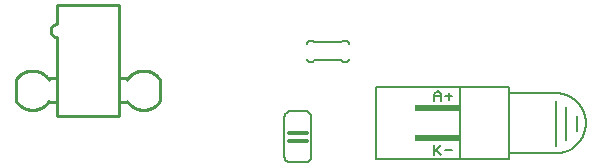
<source format=gto>
G75*
%MOIN*%
%OFA0B0*%
%FSLAX25Y25*%
%IPPOS*%
%LPD*%
%AMOC8*
5,1,8,0,0,1.08239X$1,22.5*
%
%ADD10C,0.00600*%
%ADD11C,0.01200*%
%ADD12R,0.15000X0.02000*%
%ADD13C,0.01000*%
D10*
X0099000Y0099000D02*
X0104000Y0099000D01*
X0104087Y0099002D01*
X0104174Y0099008D01*
X0104261Y0099017D01*
X0104347Y0099030D01*
X0104433Y0099047D01*
X0104518Y0099068D01*
X0104601Y0099093D01*
X0104684Y0099121D01*
X0104765Y0099152D01*
X0104845Y0099187D01*
X0104923Y0099226D01*
X0105000Y0099268D01*
X0105075Y0099313D01*
X0105147Y0099362D01*
X0105218Y0099413D01*
X0105286Y0099468D01*
X0105351Y0099525D01*
X0105414Y0099586D01*
X0105475Y0099649D01*
X0105532Y0099714D01*
X0105587Y0099782D01*
X0105638Y0099853D01*
X0105687Y0099925D01*
X0105732Y0100000D01*
X0105774Y0100077D01*
X0105813Y0100155D01*
X0105848Y0100235D01*
X0105879Y0100316D01*
X0105907Y0100399D01*
X0105932Y0100482D01*
X0105953Y0100567D01*
X0105970Y0100653D01*
X0105983Y0100739D01*
X0105992Y0100826D01*
X0105998Y0100913D01*
X0106000Y0101000D01*
X0106000Y0114000D01*
X0105998Y0114087D01*
X0105992Y0114174D01*
X0105983Y0114261D01*
X0105970Y0114347D01*
X0105953Y0114433D01*
X0105932Y0114518D01*
X0105907Y0114601D01*
X0105879Y0114684D01*
X0105848Y0114765D01*
X0105813Y0114845D01*
X0105774Y0114923D01*
X0105732Y0115000D01*
X0105687Y0115075D01*
X0105638Y0115147D01*
X0105587Y0115218D01*
X0105532Y0115286D01*
X0105475Y0115351D01*
X0105414Y0115414D01*
X0105351Y0115475D01*
X0105286Y0115532D01*
X0105218Y0115587D01*
X0105147Y0115638D01*
X0105075Y0115687D01*
X0105000Y0115732D01*
X0104923Y0115774D01*
X0104845Y0115813D01*
X0104765Y0115848D01*
X0104684Y0115879D01*
X0104601Y0115907D01*
X0104518Y0115932D01*
X0104433Y0115953D01*
X0104347Y0115970D01*
X0104261Y0115983D01*
X0104174Y0115992D01*
X0104087Y0115998D01*
X0104000Y0116000D01*
X0099000Y0116000D01*
X0098913Y0115998D01*
X0098826Y0115992D01*
X0098739Y0115983D01*
X0098653Y0115970D01*
X0098567Y0115953D01*
X0098482Y0115932D01*
X0098399Y0115907D01*
X0098316Y0115879D01*
X0098235Y0115848D01*
X0098155Y0115813D01*
X0098077Y0115774D01*
X0098000Y0115732D01*
X0097925Y0115687D01*
X0097853Y0115638D01*
X0097782Y0115587D01*
X0097714Y0115532D01*
X0097649Y0115475D01*
X0097586Y0115414D01*
X0097525Y0115351D01*
X0097468Y0115286D01*
X0097413Y0115218D01*
X0097362Y0115147D01*
X0097313Y0115075D01*
X0097268Y0115000D01*
X0097226Y0114923D01*
X0097187Y0114845D01*
X0097152Y0114765D01*
X0097121Y0114684D01*
X0097093Y0114601D01*
X0097068Y0114518D01*
X0097047Y0114433D01*
X0097030Y0114347D01*
X0097017Y0114261D01*
X0097008Y0114174D01*
X0097002Y0114087D01*
X0097000Y0114000D01*
X0097000Y0101000D01*
X0097002Y0100913D01*
X0097008Y0100826D01*
X0097017Y0100739D01*
X0097030Y0100653D01*
X0097047Y0100567D01*
X0097068Y0100482D01*
X0097093Y0100399D01*
X0097121Y0100316D01*
X0097152Y0100235D01*
X0097187Y0100155D01*
X0097226Y0100077D01*
X0097268Y0100000D01*
X0097313Y0099925D01*
X0097362Y0099853D01*
X0097413Y0099782D01*
X0097468Y0099714D01*
X0097525Y0099649D01*
X0097586Y0099586D01*
X0097649Y0099525D01*
X0097714Y0099468D01*
X0097782Y0099413D01*
X0097853Y0099362D01*
X0097925Y0099313D01*
X0098000Y0099268D01*
X0098077Y0099226D01*
X0098155Y0099187D01*
X0098235Y0099152D01*
X0098316Y0099121D01*
X0098399Y0099093D01*
X0098482Y0099068D01*
X0098567Y0099047D01*
X0098653Y0099030D01*
X0098739Y0099017D01*
X0098826Y0099008D01*
X0098913Y0099002D01*
X0099000Y0099000D01*
X0127500Y0100000D02*
X0127500Y0124000D01*
X0155500Y0124000D01*
X0155500Y0100000D01*
X0172000Y0100000D01*
X0172000Y0102000D01*
X0172000Y0122000D01*
X0187500Y0122000D01*
X0187500Y0119500D02*
X0187500Y0104500D01*
X0187500Y0102000D02*
X0172000Y0102000D01*
X0155500Y0100000D02*
X0127500Y0100000D01*
X0146934Y0101300D02*
X0146934Y0104703D01*
X0147501Y0103001D02*
X0149202Y0101300D01*
X0150617Y0103001D02*
X0152885Y0103001D01*
X0149202Y0104703D02*
X0146934Y0102434D01*
X0146934Y0119300D02*
X0146934Y0121569D01*
X0148068Y0122703D01*
X0149202Y0121569D01*
X0149202Y0119300D01*
X0149202Y0121001D02*
X0146934Y0121001D01*
X0150617Y0121001D02*
X0152885Y0121001D01*
X0151751Y0119867D02*
X0151751Y0122136D01*
X0155500Y0124000D02*
X0172000Y0124000D01*
X0172000Y0122000D01*
X0187500Y0122000D02*
X0187744Y0121997D01*
X0187987Y0121988D01*
X0188230Y0121973D01*
X0188473Y0121953D01*
X0188715Y0121926D01*
X0188956Y0121893D01*
X0189196Y0121855D01*
X0189436Y0121811D01*
X0189674Y0121761D01*
X0189911Y0121705D01*
X0190147Y0121643D01*
X0190381Y0121576D01*
X0190613Y0121503D01*
X0190844Y0121424D01*
X0191072Y0121340D01*
X0191299Y0121250D01*
X0191523Y0121155D01*
X0191745Y0121054D01*
X0191964Y0120948D01*
X0192180Y0120837D01*
X0192394Y0120720D01*
X0192605Y0120599D01*
X0192813Y0120472D01*
X0193018Y0120340D01*
X0193219Y0120203D01*
X0193417Y0120061D01*
X0193612Y0119915D01*
X0193803Y0119764D01*
X0193990Y0119608D01*
X0194173Y0119448D01*
X0194353Y0119283D01*
X0194528Y0119114D01*
X0194699Y0118941D01*
X0194866Y0118763D01*
X0195028Y0118582D01*
X0195186Y0118397D01*
X0195340Y0118208D01*
X0195489Y0118015D01*
X0195633Y0117819D01*
X0195772Y0117619D01*
X0195907Y0117416D01*
X0196036Y0117209D01*
X0196160Y0117000D01*
X0196279Y0116788D01*
X0196393Y0116572D01*
X0196502Y0116355D01*
X0196605Y0116134D01*
X0196703Y0115911D01*
X0196796Y0115686D01*
X0196883Y0115458D01*
X0196964Y0115229D01*
X0197040Y0114997D01*
X0197110Y0114764D01*
X0197175Y0114529D01*
X0197234Y0114293D01*
X0197287Y0114055D01*
X0197334Y0113816D01*
X0197375Y0113576D01*
X0197410Y0113335D01*
X0197440Y0113094D01*
X0197464Y0112851D01*
X0197481Y0112608D01*
X0197493Y0112365D01*
X0197499Y0112122D01*
X0197499Y0111878D01*
X0197493Y0111635D01*
X0197481Y0111392D01*
X0197464Y0111149D01*
X0197440Y0110906D01*
X0197410Y0110665D01*
X0197375Y0110424D01*
X0197334Y0110184D01*
X0197287Y0109945D01*
X0197234Y0109707D01*
X0197175Y0109471D01*
X0197110Y0109236D01*
X0197040Y0109003D01*
X0196964Y0108771D01*
X0196883Y0108542D01*
X0196796Y0108314D01*
X0196703Y0108089D01*
X0196605Y0107866D01*
X0196502Y0107645D01*
X0196393Y0107428D01*
X0196279Y0107212D01*
X0196160Y0107000D01*
X0196036Y0106791D01*
X0195907Y0106584D01*
X0195772Y0106381D01*
X0195633Y0106181D01*
X0195489Y0105985D01*
X0195340Y0105792D01*
X0195186Y0105603D01*
X0195028Y0105418D01*
X0194866Y0105237D01*
X0194699Y0105059D01*
X0194528Y0104886D01*
X0194353Y0104717D01*
X0194173Y0104552D01*
X0193990Y0104392D01*
X0193803Y0104236D01*
X0193612Y0104085D01*
X0193417Y0103939D01*
X0193219Y0103797D01*
X0193018Y0103660D01*
X0192813Y0103528D01*
X0192605Y0103401D01*
X0192394Y0103280D01*
X0192180Y0103163D01*
X0191964Y0103052D01*
X0191745Y0102946D01*
X0191523Y0102845D01*
X0191299Y0102750D01*
X0191072Y0102660D01*
X0190844Y0102576D01*
X0190613Y0102497D01*
X0190381Y0102424D01*
X0190147Y0102357D01*
X0189911Y0102295D01*
X0189674Y0102239D01*
X0189436Y0102189D01*
X0189196Y0102145D01*
X0188956Y0102107D01*
X0188715Y0102074D01*
X0188473Y0102047D01*
X0188230Y0102027D01*
X0187987Y0102012D01*
X0187744Y0102003D01*
X0187500Y0102000D01*
X0191000Y0106500D02*
X0191000Y0117500D01*
X0194500Y0114500D02*
X0194500Y0109500D01*
X0117500Y0132500D02*
X0116500Y0132500D01*
X0116000Y0133000D01*
X0107000Y0133000D01*
X0106500Y0132500D01*
X0105500Y0132500D01*
X0105440Y0132502D01*
X0105379Y0132507D01*
X0105320Y0132516D01*
X0105261Y0132529D01*
X0105202Y0132545D01*
X0105145Y0132565D01*
X0105090Y0132588D01*
X0105035Y0132615D01*
X0104983Y0132644D01*
X0104932Y0132677D01*
X0104883Y0132713D01*
X0104837Y0132751D01*
X0104793Y0132793D01*
X0104751Y0132837D01*
X0104713Y0132883D01*
X0104677Y0132932D01*
X0104644Y0132983D01*
X0104615Y0133035D01*
X0104588Y0133090D01*
X0104565Y0133145D01*
X0104545Y0133202D01*
X0104529Y0133261D01*
X0104516Y0133320D01*
X0104507Y0133379D01*
X0104502Y0133440D01*
X0104500Y0133500D01*
X0104500Y0138500D02*
X0104502Y0138560D01*
X0104507Y0138621D01*
X0104516Y0138680D01*
X0104529Y0138739D01*
X0104545Y0138798D01*
X0104565Y0138855D01*
X0104588Y0138910D01*
X0104615Y0138965D01*
X0104644Y0139017D01*
X0104677Y0139068D01*
X0104713Y0139117D01*
X0104751Y0139163D01*
X0104793Y0139207D01*
X0104837Y0139249D01*
X0104883Y0139287D01*
X0104932Y0139323D01*
X0104983Y0139356D01*
X0105035Y0139385D01*
X0105090Y0139412D01*
X0105145Y0139435D01*
X0105202Y0139455D01*
X0105261Y0139471D01*
X0105320Y0139484D01*
X0105379Y0139493D01*
X0105440Y0139498D01*
X0105500Y0139500D01*
X0106500Y0139500D01*
X0107000Y0139000D01*
X0116000Y0139000D01*
X0116500Y0139500D01*
X0117500Y0139500D01*
X0117560Y0139498D01*
X0117621Y0139493D01*
X0117680Y0139484D01*
X0117739Y0139471D01*
X0117798Y0139455D01*
X0117855Y0139435D01*
X0117910Y0139412D01*
X0117965Y0139385D01*
X0118017Y0139356D01*
X0118068Y0139323D01*
X0118117Y0139287D01*
X0118163Y0139249D01*
X0118207Y0139207D01*
X0118249Y0139163D01*
X0118287Y0139117D01*
X0118323Y0139068D01*
X0118356Y0139017D01*
X0118385Y0138965D01*
X0118412Y0138910D01*
X0118435Y0138855D01*
X0118455Y0138798D01*
X0118471Y0138739D01*
X0118484Y0138680D01*
X0118493Y0138621D01*
X0118498Y0138560D01*
X0118500Y0138500D01*
X0118500Y0133500D02*
X0118498Y0133440D01*
X0118493Y0133379D01*
X0118484Y0133320D01*
X0118471Y0133261D01*
X0118455Y0133202D01*
X0118435Y0133145D01*
X0118412Y0133090D01*
X0118385Y0133035D01*
X0118356Y0132983D01*
X0118323Y0132932D01*
X0118287Y0132883D01*
X0118249Y0132837D01*
X0118207Y0132793D01*
X0118163Y0132751D01*
X0118117Y0132713D01*
X0118068Y0132677D01*
X0118017Y0132644D01*
X0117965Y0132615D01*
X0117910Y0132588D01*
X0117855Y0132565D01*
X0117798Y0132545D01*
X0117739Y0132529D01*
X0117680Y0132516D01*
X0117621Y0132507D01*
X0117560Y0132502D01*
X0117500Y0132500D01*
D11*
X0104500Y0108700D02*
X0098500Y0108700D01*
X0098500Y0106200D02*
X0104500Y0106200D01*
D12*
X0148000Y0107000D03*
X0148000Y0117000D03*
D13*
X0055516Y0119402D02*
X0055516Y0126488D01*
X0055515Y0119402D02*
X0055427Y0119269D01*
X0055336Y0119138D01*
X0055242Y0119009D01*
X0055144Y0118882D01*
X0055044Y0118758D01*
X0054940Y0118637D01*
X0054834Y0118518D01*
X0054724Y0118401D01*
X0054612Y0118287D01*
X0054497Y0118176D01*
X0054380Y0118068D01*
X0054260Y0117963D01*
X0054137Y0117861D01*
X0054012Y0117762D01*
X0053884Y0117666D01*
X0053754Y0117573D01*
X0053622Y0117483D01*
X0053488Y0117396D01*
X0053352Y0117313D01*
X0053213Y0117233D01*
X0053073Y0117156D01*
X0052931Y0117083D01*
X0052788Y0117014D01*
X0052642Y0116948D01*
X0052495Y0116885D01*
X0052347Y0116826D01*
X0052197Y0116771D01*
X0052046Y0116719D01*
X0051893Y0116671D01*
X0051740Y0116627D01*
X0051585Y0116587D01*
X0051430Y0116550D01*
X0051274Y0116517D01*
X0051117Y0116488D01*
X0050959Y0116463D01*
X0050801Y0116442D01*
X0050642Y0116424D01*
X0050483Y0116411D01*
X0050323Y0116401D01*
X0050164Y0116395D01*
X0050004Y0116393D01*
X0049844Y0116395D01*
X0049685Y0116401D01*
X0049525Y0116411D01*
X0049366Y0116424D01*
X0049207Y0116442D01*
X0049049Y0116463D01*
X0048891Y0116488D01*
X0048734Y0116517D01*
X0048578Y0116550D01*
X0048423Y0116587D01*
X0048268Y0116627D01*
X0048115Y0116671D01*
X0047962Y0116719D01*
X0047811Y0116771D01*
X0047661Y0116826D01*
X0047513Y0116885D01*
X0047366Y0116948D01*
X0047220Y0117014D01*
X0047077Y0117083D01*
X0046935Y0117156D01*
X0046795Y0117233D01*
X0046656Y0117313D01*
X0046520Y0117396D01*
X0046386Y0117483D01*
X0046254Y0117573D01*
X0046124Y0117666D01*
X0045996Y0117762D01*
X0045871Y0117861D01*
X0045748Y0117963D01*
X0045628Y0118068D01*
X0045511Y0118176D01*
X0045396Y0118287D01*
X0045284Y0118401D01*
X0045174Y0118518D01*
X0045068Y0118637D01*
X0044964Y0118758D01*
X0044864Y0118882D01*
X0044766Y0119009D01*
X0044672Y0119138D01*
X0044581Y0119269D01*
X0044493Y0119402D01*
X0044886Y0119008D02*
X0042130Y0119008D01*
X0041736Y0114283D02*
X0041736Y0151291D01*
X0021264Y0151291D01*
X0021264Y0144992D01*
X0021172Y0144990D01*
X0021080Y0144984D01*
X0020989Y0144974D01*
X0020898Y0144961D01*
X0020808Y0144943D01*
X0020718Y0144922D01*
X0020630Y0144897D01*
X0020543Y0144868D01*
X0020457Y0144836D01*
X0020372Y0144800D01*
X0020289Y0144760D01*
X0020208Y0144717D01*
X0020129Y0144671D01*
X0020052Y0144621D01*
X0019977Y0144568D01*
X0019904Y0144511D01*
X0019834Y0144452D01*
X0019766Y0144390D01*
X0019701Y0144325D01*
X0019639Y0144257D01*
X0019580Y0144187D01*
X0019523Y0144114D01*
X0019470Y0144039D01*
X0019420Y0143962D01*
X0019374Y0143883D01*
X0019331Y0143802D01*
X0019291Y0143719D01*
X0019255Y0143634D01*
X0019223Y0143548D01*
X0019194Y0143461D01*
X0019169Y0143373D01*
X0019148Y0143283D01*
X0019130Y0143193D01*
X0019117Y0143102D01*
X0019107Y0143011D01*
X0019101Y0142919D01*
X0019099Y0142827D01*
X0019101Y0142735D01*
X0019107Y0142643D01*
X0019117Y0142552D01*
X0019130Y0142461D01*
X0019148Y0142371D01*
X0019169Y0142281D01*
X0019194Y0142193D01*
X0019223Y0142106D01*
X0019255Y0142020D01*
X0019291Y0141935D01*
X0019331Y0141852D01*
X0019374Y0141771D01*
X0019420Y0141692D01*
X0019470Y0141615D01*
X0019523Y0141540D01*
X0019580Y0141467D01*
X0019639Y0141397D01*
X0019701Y0141329D01*
X0019766Y0141264D01*
X0019834Y0141202D01*
X0019904Y0141143D01*
X0019977Y0141086D01*
X0020052Y0141033D01*
X0020129Y0140983D01*
X0020208Y0140937D01*
X0020289Y0140894D01*
X0020372Y0140854D01*
X0020457Y0140818D01*
X0020543Y0140786D01*
X0020630Y0140757D01*
X0020718Y0140732D01*
X0020808Y0140711D01*
X0020898Y0140693D01*
X0020989Y0140680D01*
X0021080Y0140670D01*
X0021172Y0140664D01*
X0021264Y0140662D01*
X0021264Y0140661D02*
X0021264Y0114283D01*
X0041736Y0114283D01*
X0044493Y0126488D02*
X0044581Y0126621D01*
X0044672Y0126752D01*
X0044766Y0126881D01*
X0044864Y0127008D01*
X0044964Y0127132D01*
X0045068Y0127253D01*
X0045174Y0127372D01*
X0045284Y0127489D01*
X0045396Y0127603D01*
X0045511Y0127714D01*
X0045628Y0127822D01*
X0045748Y0127927D01*
X0045871Y0128029D01*
X0045996Y0128128D01*
X0046124Y0128224D01*
X0046254Y0128317D01*
X0046386Y0128407D01*
X0046520Y0128494D01*
X0046656Y0128577D01*
X0046795Y0128657D01*
X0046935Y0128734D01*
X0047077Y0128807D01*
X0047220Y0128876D01*
X0047366Y0128942D01*
X0047513Y0129005D01*
X0047661Y0129064D01*
X0047811Y0129119D01*
X0047962Y0129171D01*
X0048115Y0129219D01*
X0048268Y0129263D01*
X0048423Y0129303D01*
X0048578Y0129340D01*
X0048734Y0129373D01*
X0048891Y0129402D01*
X0049049Y0129427D01*
X0049207Y0129448D01*
X0049366Y0129466D01*
X0049525Y0129479D01*
X0049685Y0129489D01*
X0049844Y0129495D01*
X0050004Y0129497D01*
X0050164Y0129495D01*
X0050323Y0129489D01*
X0050483Y0129479D01*
X0050642Y0129466D01*
X0050801Y0129448D01*
X0050959Y0129427D01*
X0051117Y0129402D01*
X0051274Y0129373D01*
X0051430Y0129340D01*
X0051585Y0129303D01*
X0051740Y0129263D01*
X0051893Y0129219D01*
X0052046Y0129171D01*
X0052197Y0129119D01*
X0052347Y0129064D01*
X0052495Y0129005D01*
X0052642Y0128942D01*
X0052788Y0128876D01*
X0052931Y0128807D01*
X0053073Y0128734D01*
X0053213Y0128657D01*
X0053352Y0128577D01*
X0053488Y0128494D01*
X0053622Y0128407D01*
X0053754Y0128317D01*
X0053884Y0128224D01*
X0054012Y0128128D01*
X0054137Y0128029D01*
X0054260Y0127927D01*
X0054380Y0127822D01*
X0054497Y0127714D01*
X0054612Y0127603D01*
X0054724Y0127489D01*
X0054834Y0127372D01*
X0054940Y0127253D01*
X0055044Y0127132D01*
X0055144Y0127008D01*
X0055242Y0126881D01*
X0055336Y0126752D01*
X0055427Y0126621D01*
X0055515Y0126488D01*
X0044886Y0126882D02*
X0042130Y0126882D01*
X0020870Y0126882D02*
X0018114Y0126882D01*
X0018507Y0119402D02*
X0018419Y0119269D01*
X0018328Y0119138D01*
X0018234Y0119009D01*
X0018136Y0118882D01*
X0018036Y0118758D01*
X0017932Y0118637D01*
X0017826Y0118518D01*
X0017716Y0118401D01*
X0017604Y0118287D01*
X0017489Y0118176D01*
X0017372Y0118068D01*
X0017252Y0117963D01*
X0017129Y0117861D01*
X0017004Y0117762D01*
X0016876Y0117666D01*
X0016746Y0117573D01*
X0016614Y0117483D01*
X0016480Y0117396D01*
X0016344Y0117313D01*
X0016205Y0117233D01*
X0016065Y0117156D01*
X0015923Y0117083D01*
X0015780Y0117014D01*
X0015634Y0116948D01*
X0015487Y0116885D01*
X0015339Y0116826D01*
X0015189Y0116771D01*
X0015038Y0116719D01*
X0014885Y0116671D01*
X0014732Y0116627D01*
X0014577Y0116587D01*
X0014422Y0116550D01*
X0014266Y0116517D01*
X0014109Y0116488D01*
X0013951Y0116463D01*
X0013793Y0116442D01*
X0013634Y0116424D01*
X0013475Y0116411D01*
X0013315Y0116401D01*
X0013156Y0116395D01*
X0012996Y0116393D01*
X0012836Y0116395D01*
X0012677Y0116401D01*
X0012517Y0116411D01*
X0012358Y0116424D01*
X0012199Y0116442D01*
X0012041Y0116463D01*
X0011883Y0116488D01*
X0011726Y0116517D01*
X0011570Y0116550D01*
X0011415Y0116587D01*
X0011260Y0116627D01*
X0011107Y0116671D01*
X0010954Y0116719D01*
X0010803Y0116771D01*
X0010653Y0116826D01*
X0010505Y0116885D01*
X0010358Y0116948D01*
X0010212Y0117014D01*
X0010069Y0117083D01*
X0009927Y0117156D01*
X0009787Y0117233D01*
X0009648Y0117313D01*
X0009512Y0117396D01*
X0009378Y0117483D01*
X0009246Y0117573D01*
X0009116Y0117666D01*
X0008988Y0117762D01*
X0008863Y0117861D01*
X0008740Y0117963D01*
X0008620Y0118068D01*
X0008503Y0118176D01*
X0008388Y0118287D01*
X0008276Y0118401D01*
X0008166Y0118518D01*
X0008060Y0118637D01*
X0007956Y0118758D01*
X0007856Y0118882D01*
X0007758Y0119009D01*
X0007664Y0119138D01*
X0007573Y0119269D01*
X0007485Y0119402D01*
X0007484Y0119402D02*
X0007484Y0126488D01*
X0007485Y0126488D02*
X0007573Y0126621D01*
X0007664Y0126752D01*
X0007758Y0126881D01*
X0007856Y0127008D01*
X0007956Y0127132D01*
X0008060Y0127253D01*
X0008166Y0127372D01*
X0008276Y0127489D01*
X0008388Y0127603D01*
X0008503Y0127714D01*
X0008620Y0127822D01*
X0008740Y0127927D01*
X0008863Y0128029D01*
X0008988Y0128128D01*
X0009116Y0128224D01*
X0009246Y0128317D01*
X0009378Y0128407D01*
X0009512Y0128494D01*
X0009648Y0128577D01*
X0009787Y0128657D01*
X0009927Y0128734D01*
X0010069Y0128807D01*
X0010212Y0128876D01*
X0010358Y0128942D01*
X0010505Y0129005D01*
X0010653Y0129064D01*
X0010803Y0129119D01*
X0010954Y0129171D01*
X0011107Y0129219D01*
X0011260Y0129263D01*
X0011415Y0129303D01*
X0011570Y0129340D01*
X0011726Y0129373D01*
X0011883Y0129402D01*
X0012041Y0129427D01*
X0012199Y0129448D01*
X0012358Y0129466D01*
X0012517Y0129479D01*
X0012677Y0129489D01*
X0012836Y0129495D01*
X0012996Y0129497D01*
X0013156Y0129495D01*
X0013315Y0129489D01*
X0013475Y0129479D01*
X0013634Y0129466D01*
X0013793Y0129448D01*
X0013951Y0129427D01*
X0014109Y0129402D01*
X0014266Y0129373D01*
X0014422Y0129340D01*
X0014577Y0129303D01*
X0014732Y0129263D01*
X0014885Y0129219D01*
X0015038Y0129171D01*
X0015189Y0129119D01*
X0015339Y0129064D01*
X0015487Y0129005D01*
X0015634Y0128942D01*
X0015780Y0128876D01*
X0015923Y0128807D01*
X0016065Y0128734D01*
X0016205Y0128657D01*
X0016344Y0128577D01*
X0016480Y0128494D01*
X0016614Y0128407D01*
X0016746Y0128317D01*
X0016876Y0128224D01*
X0017004Y0128128D01*
X0017129Y0128029D01*
X0017252Y0127927D01*
X0017372Y0127822D01*
X0017489Y0127714D01*
X0017604Y0127603D01*
X0017716Y0127489D01*
X0017826Y0127372D01*
X0017932Y0127253D01*
X0018036Y0127132D01*
X0018136Y0127008D01*
X0018234Y0126881D01*
X0018328Y0126752D01*
X0018419Y0126621D01*
X0018507Y0126488D01*
X0018114Y0119008D02*
X0020870Y0119008D01*
M02*

</source>
